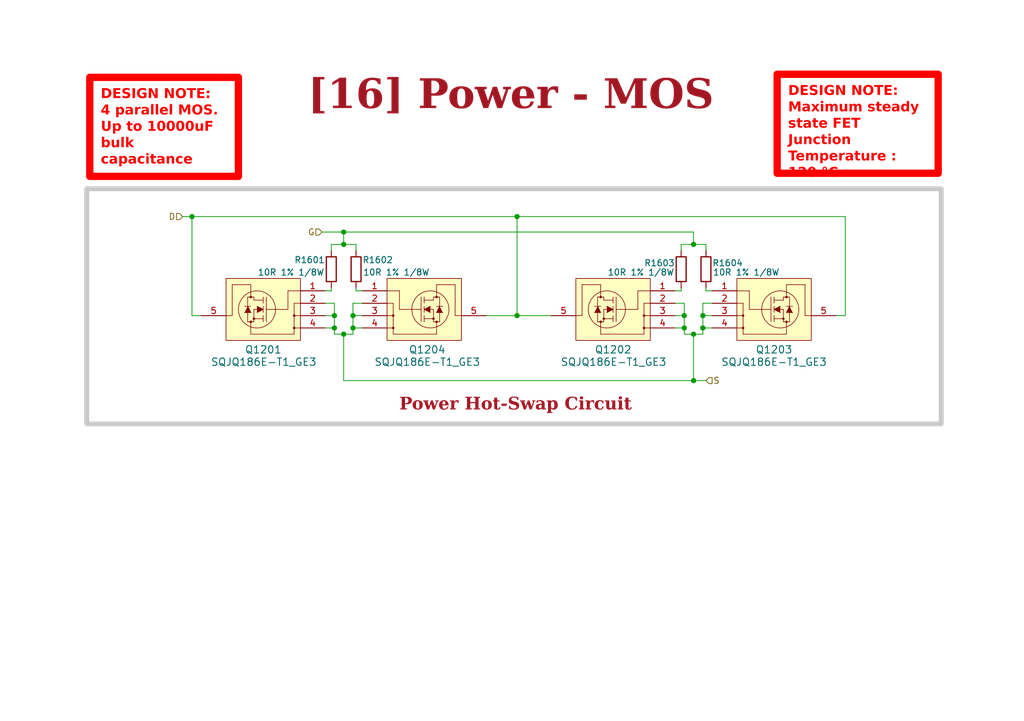
<source format=kicad_sch>
(kicad_sch (version 20231120) (generator "eeschema") (generator_version "8.0")
  (paper "A5")
  (lib_symbols
    (symbol "2024-04-07_09-28-25:SQJQ186E-T1_GE3" (pin_names (offset 0.254))
      (property "Reference" "Q" (at 15.24 7.62 0))
      (property "Value" "SQJQ186E-T1_GE3" (at 15.24 5.08 0))
      (symbol "SQJQ186E-T1_GE3_0_1"
        (polyline (pts (xy 7.62 -7.62) (xy 8.89 -7.62)) (stroke (width 0.127)))
        (polyline (pts (xy 7.62 -5.08) (xy 8.89 -5.08)) (stroke (width 0.127)))
        (polyline (pts (xy 7.62 -2.54) (xy 8.89 -2.54)) (stroke (width 0.127)))
        (polyline (pts (xy 7.62 0) (xy 10.16 0)) (stroke (width 0.127)))
        (polyline (pts (xy 8.89 -8.89) (xy 17.78 -8.89)) (stroke (width 0.127)))
        (polyline (pts (xy 8.89 -2.54) (xy 8.89 -8.89)) (stroke (width 0.127)))
        (polyline (pts (xy 10.16 -3.81) (xy 14.605 -3.81)) (stroke (width 0.127)))
        (polyline (pts (xy 10.16 0) (xy 10.16 -3.81)) (stroke (width 0.127)))
        (polyline (pts (xy 14.605 -6.35) (xy 14.605 -1.27)) (stroke (width 0.127)))
        (polyline (pts (xy 15.24 -6.35) (xy 15.24 -5.08)) (stroke (width 0.127)))
        (polyline (pts (xy 15.24 -5.715) (xy 17.145 -5.715)) (stroke (width 0.127)))
        (polyline (pts (xy 15.24 -4.445) (xy 15.24 -3.175)) (stroke (width 0.127)))
        (polyline (pts (xy 15.24 -2.54) (xy 15.24 -1.27)) (stroke (width 0.127)))
        (polyline (pts (xy 15.24 -1.905) (xy 17.145 -1.905)) (stroke (width 0.127)))
        (polyline (pts (xy 16.51 -3.81) (xy 17.145 -3.81)) (stroke (width 0.127)))
        (polyline (pts (xy 17.145 -6.35) (xy 17.145 -3.81)) (stroke (width 0.127)))
        (polyline (pts (xy 17.145 -6.35) (xy 18.415 -6.35)) (stroke (width 0.127)))
        (polyline (pts (xy 17.145 -1.905) (xy 17.145 -1.27)) (stroke (width 0.127)))
        (polyline (pts (xy 17.145 -1.27) (xy 18.415 -1.27)) (stroke (width 0.127)))
        (polyline (pts (xy 17.78 -8.89) (xy 17.78 -6.35)) (stroke (width 0.127)))
        (polyline (pts (xy 17.78 1.27) (xy 17.78 -1.27)) (stroke (width 0.127)))
        (polyline (pts (xy 18.415 -6.35) (xy 18.415 -4.445)) (stroke (width 0.127)))
        (polyline (pts (xy 18.415 -3.175) (xy 18.415 -1.27)) (stroke (width 0.127)))
        (polyline (pts (xy 19.05 -3.175) (xy 17.78 -3.175)) (stroke (width 0.127)))
        (polyline (pts (xy 21.59 -5.08) (xy 21.59 1.27)) (stroke (width 0.127)))
        (polyline (pts (xy 21.59 -5.08) (xy 22.86 -5.08)) (stroke (width 0.127)))
        (polyline (pts (xy 21.59 1.27) (xy 17.78 1.27)) (stroke (width 0.127)))
        (polyline (pts (xy 16.51 -3.175) (xy 15.24 -3.81) (xy 16.51 -4.445)) (fill (type outline)))
        (polyline (pts (xy 19.05 -4.445) (xy 17.78 -4.445) (xy 18.415 -3.175)) (fill (type outline)))
        (circle (center 8.89 -7.62) (radius 0.127) (stroke (width 0.254)))
        (circle (center 8.89 -5.08) (radius 0.127) (stroke (width 0.254)))
        (circle (center 16.51 -3.81) (radius 3.81) (stroke (width 0.127)))
        (circle (center 17.145 -5.715) (radius 0.127) (stroke (width 0.254)))
        (circle (center 17.78 -6.35) (radius 0.127) (stroke (width 0.254)))
        (circle (center 17.78 -1.27) (radius 0.127) (stroke (width 0.254)))
      )
      (symbol "SQJQ186E-T1_GE3_1_1"
        (rectangle (start 7.62 2.54) (end 22.86 -10.16) (fill (type background)))
        (pin unspecified line (at 2.54 0 0) (length 5.08) (name "") (number "1"))
        (pin unspecified line (at 2.54 -2.54 0) (length 5.08) (name "") (number "2"))
        (pin unspecified line (at 2.54 -5.08 0) (length 5.08) (name "") (number "3"))
        (pin unspecified line (at 2.54 -7.62 0) (length 5.08) (name "") (number "4"))
        (pin unspecified line (at 27.94 -5.08 180) (length 5.08) (name "") (number "5"))
      )
    )
    (symbol "Device:R" (pin_numbers hide) (pin_names (offset 0))
      (property "Reference" "R" (at 2.032 0 90))
      (property "Value" "R" (at 0 0 90))
      (symbol "R_0_1"
        (rectangle (start -1.016 -2.54) (end 1.016 2.54) (stroke (width 0.254)))
      )
      (symbol "R_1_1"
        (pin passive line (at 0 3.81 270) (length 1.27) (name "~") (number "1"))
        (pin passive line (at 0 -3.81 90) (length 1.27) (name "~") (number "2"))
      )
    )
  )
  (junction (at 70.485 68.58))
  (junction (at 142.24 78.105))
  (junction (at 39.37 44.45))
  (junction (at 72.39 64.77))
  (junction (at 106.045 64.77))
  (junction (at 68.58 64.77))
  (junction (at 144.145 67.31))
  (junction (at 140.335 67.31))
  (junction (at 142.24 50.165))
  (junction (at 70.485 47.625))
  (junction (at 106.045 44.45))
  (junction (at 70.485 50.165))
  (junction (at 142.24 68.58))
  (junction (at 144.145 64.77))
  (junction (at 68.58 67.31))
  (junction (at 140.335 64.77))
  (junction (at 72.39 67.31))
  (wire (pts (xy 66.675 64.77) (xy 68.58 64.77)))
  (wire (pts (xy 140.335 64.77) (xy 140.335 67.31)))
  (wire (pts (xy 144.78 50.165) (xy 144.78 51.435)))
  (wire (pts (xy 70.485 68.58) (xy 70.485 78.105)))
  (wire (pts (xy 74.295 62.23) (xy 72.39 62.23)))
  (wire (pts (xy 70.485 78.105) (xy 142.24 78.105)))
  (wire (pts (xy 144.145 64.77) (xy 144.145 67.31)))
  (wire (pts (xy 68.58 64.77) (xy 68.58 67.31)))
  (wire (pts (xy 106.045 44.45) (xy 106.045 64.77)))
  (wire (pts (xy 70.485 50.165) (xy 70.485 47.625)))
  (wire (pts (xy 72.39 67.31) (xy 74.295 67.31)))
  (wire (pts (xy 142.24 78.105) (xy 142.24 68.58)))
  (wire (pts (xy 138.43 59.69) (xy 139.7 59.69)))
  (wire (pts (xy 41.275 64.77) (xy 39.37 64.77)))
  (wire (pts (xy 144.145 67.31) (xy 146.05 67.31)))
  (wire (pts (xy 173.355 44.45) (xy 106.045 44.45)))
  (wire (pts (xy 171.45 64.77) (xy 173.355 64.77)))
  (wire (pts (xy 140.335 62.23) (xy 140.335 64.77)))
  (wire (pts (xy 39.37 44.45) (xy 39.37 64.77)))
  (wire (pts (xy 139.7 51.435) (xy 139.7 50.165)))
  (wire (pts (xy 68.58 62.23) (xy 68.58 64.77)))
  (wire (pts (xy 72.39 67.31) (xy 72.39 68.58)))
  (wire (pts (xy 142.24 78.105) (xy 144.78 78.105)))
  (wire (pts (xy 68.58 68.58) (xy 70.485 68.58)))
  (wire (pts (xy 73.025 59.055) (xy 73.025 59.69)))
  (wire (pts (xy 67.945 50.165) (xy 70.485 50.165)))
  (wire (pts (xy 66.675 62.23) (xy 68.58 62.23)))
  (wire (pts (xy 72.39 62.23) (xy 72.39 64.77)))
  (wire (pts (xy 72.39 64.77) (xy 74.295 64.77)))
  (wire (pts (xy 99.695 64.77) (xy 106.045 64.77)))
  (wire (pts (xy 140.335 67.31) (xy 140.335 68.58)))
  (wire (pts (xy 74.295 59.69) (xy 73.025 59.69)))
  (wire (pts (xy 142.24 50.165) (xy 144.78 50.165)))
  (wire (pts (xy 138.43 62.23) (xy 140.335 62.23)))
  (wire (pts (xy 144.78 59.055) (xy 144.78 59.69)))
  (wire (pts (xy 142.24 68.58) (xy 140.335 68.58)))
  (wire (pts (xy 67.945 51.435) (xy 67.945 50.165)))
  (wire (pts (xy 68.58 67.31) (xy 68.58 68.58)))
  (wire (pts (xy 37.465 44.45) (xy 39.37 44.45)))
  (wire (pts (xy 139.7 59.055) (xy 139.7 59.69)))
  (wire (pts (xy 73.025 50.165) (xy 73.025 51.435)))
  (wire (pts (xy 144.145 62.23) (xy 144.145 64.77)))
  (wire (pts (xy 70.485 50.165) (xy 73.025 50.165)))
  (wire (pts (xy 146.05 62.23) (xy 144.145 62.23)))
  (wire (pts (xy 144.145 67.31) (xy 144.145 68.58)))
  (wire (pts (xy 70.485 68.58) (xy 72.39 68.58)))
  (wire (pts (xy 66.675 59.69) (xy 67.945 59.69)))
  (wire (pts (xy 146.05 59.69) (xy 144.78 59.69)))
  (wire (pts (xy 70.485 47.625) (xy 142.24 47.625)))
  (wire (pts (xy 106.045 44.45) (xy 39.37 44.45)))
  (wire (pts (xy 72.39 64.77) (xy 72.39 67.31)))
  (wire (pts (xy 138.43 64.77) (xy 140.335 64.77)))
  (wire (pts (xy 139.7 50.165) (xy 142.24 50.165)))
  (wire (pts (xy 140.335 67.31) (xy 138.43 67.31)))
  (wire (pts (xy 106.045 64.77) (xy 113.03 64.77)))
  (wire (pts (xy 144.145 64.77) (xy 146.05 64.77)))
  (wire (pts (xy 67.945 59.055) (xy 67.945 59.69)))
  (wire (pts (xy 142.24 68.58) (xy 144.145 68.58)))
  (wire (pts (xy 66.04 47.625) (xy 70.485 47.625)))
  (wire (pts (xy 173.355 44.45) (xy 173.355 64.77)))
  (wire (pts (xy 142.24 47.625) (xy 142.24 50.165)))
  (wire (pts (xy 68.58 67.31) (xy 66.675 67.31)))
  (rectangle (start 17.78 38.735) (end 193.04 86.995) (stroke (width 1) (color 200 200 200 1)))
  (text_box "[16] Power - MOS\n" (at 12.065 13.335 0) (size 185.42 12.7) (stroke (width -0.0001)) (effects (font (size 6 6) (thickness 1.2) (bold yes))))
  (text_box "DESIGN NOTE:\nMaximum steady state FET Junction Temperature : 120 °C " (at 159.385 15.24 0) (size 33.02 20.32) (stroke (width 1.5) (color 255 0 0 1)) (effects (font (size 2 2) (thickness 0.4) (bold yes)) (justify left top)))
  (text_box "DESIGN NOTE:\n4 parallel MOS.\nUp to 10000uF bulk capacitance" (at 18.415 15.875 0) (size 30.48 20.32) (stroke (width 1.5) (color 255 0 0 1)) (effects (font (size 2 2) (thickness 0.4) (bold yes)) (justify left top)))
  (text_box "Power Hot-Swap Circuit\n" (at 18.415 79.375 0) (size 174.625 6.985) (stroke (width -0.0001)) (effects (font (size 2.54 2.54) (thickness 0.508) (bold yes)) (justify bottom)))
  (hierarchical_label "G" (shape input) (at 66.04 47.625 180))
  (hierarchical_label "D" (shape input) (at 37.465 44.45 180))
  (hierarchical_label "S" (shape input) (at 144.78 78.105 0))
  (symbol (lib_id "2024-04-07_09-28-25:SQJQ186E-T1_GE3") (at 71.755 59.69 0) (unit 1)
    (property "Reference" "Q1204" (at 87.63 71.755 0) (effects (font (size 1.524 1.524))))
    (property "Value" "SQJQ186E-T1_GE3" (at 87.63 74.295 0) (effects (font (size 1.524 1.524))))
    (property "Footprint" "0_transistor_fet:POWERPAK8X8L_VIS" (effects (hide yes)))
    (property "Datasheet" "SQJQ186E-T1_GE3" (effects (hide yes)))
  )
  (symbol (lib_id "Device:R") (at 139.7 55.245 180) (unit 1)
    (property "Reference" "R1603" (at 135.255 53.975 0))
    (property "Value" "10R 1% 1/8W" (at 131.445 55.88 0))
    (property "Footprint" "0_resistor_smd:R_0805_2012_DensityHigh" (effects (hide yes)))
  )
  (symbol (lib_id "2024-04-07_09-28-25:SQJQ186E-T1_GE3") (at 143.51 59.69 0) (unit 1)
    (property "Reference" "Q1203" (at 158.75 71.755 0) (effects (font (size 1.524 1.524))))
    (property "Value" "SQJQ186E-T1_GE3" (at 158.75 74.295 0) (effects (font (size 1.524 1.524))))
    (property "Footprint" "0_transistor_fet:POWERPAK8X8L_VIS" (effects (hide yes)))
    (property "Datasheet" "SQJQ186E-T1_GE3" (effects (hide yes)))
  )
  (symbol (lib_id "Device:R") (at 67.945 55.245 180) (unit 1)
    (property "Reference" "R1601" (at 63.5 53.34 0))
    (property "Value" "10R 1% 1/8W" (at 59.69 55.88 0))
    (property "Footprint" "0_resistor_smd:R_0805_2012_DensityHigh" (effects (hide yes)))
  )
  (symbol (lib_id "Device:R") (at 144.78 55.245 0) (unit 1)
    (property "Reference" "R1604" (at 149.225 53.975 0))
    (property "Value" "10R 1% 1/8W" (at 153.035 55.88 0))
    (property "Footprint" "0_resistor_smd:R_0805_2012_DensityHigh" (effects (hide yes)))
  )
  (symbol (lib_id "2024-04-07_09-28-25:SQJQ186E-T1_GE3") (at 69.215 59.69 0) (mirror y) (unit 1)
    (property "Reference" "Q1201" (at 50.165 71.755 0) (effects (font (size 1.524 1.524)) (justify right)))
    (property "Value" "SQJQ186E-T1_GE3" (at 43.18 74.295 0) (effects (font (size 1.524 1.524)) (justify right)))
    (property "Footprint" "0_transistor_fet:POWERPAK8X8L_VIS" (effects (hide yes)))
    (property "Datasheet" "SQJQ186E-T1_GE3" (effects (hide yes)))
  )
  (symbol (lib_id "Device:R") (at 73.025 55.245 0) (unit 1)
    (property "Reference" "R1602" (at 77.47 53.34 0))
    (property "Value" "10R 1% 1/8W" (at 81.28 55.88 0))
    (property "Footprint" "0_resistor_smd:R_0805_2012_DensityHigh" (effects (hide yes)))
  )
  (symbol (lib_id "2024-04-07_09-28-25:SQJQ186E-T1_GE3") (at 140.97 59.69 0) (mirror y) (unit 1)
    (property "Reference" "Q1202" (at 121.92 71.755 0) (effects (font (size 1.524 1.524)) (justify right)))
    (property "Value" "SQJQ186E-T1_GE3" (at 114.935 74.295 0) (effects (font (size 1.524 1.524)) (justify right)))
    (property "Footprint" "0_transistor_fet:POWERPAK8X8L_VIS" (effects (hide yes)))
    (property "Datasheet" "SQJQ186E-T1_GE3" (effects (hide yes)))
  )
)
</source>
